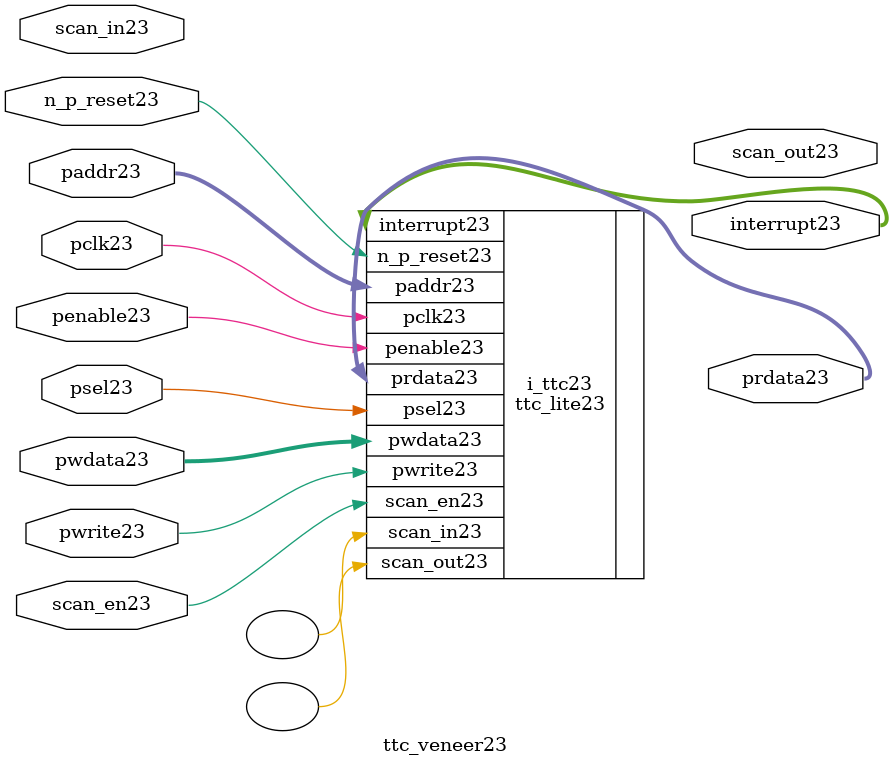
<source format=v>
module ttc_veneer23 (
           
           //inputs23
           n_p_reset23,
           pclk23,
           psel23,
           penable23,
           pwrite23,
           pwdata23,
           paddr23,
           scan_in23,
           scan_en23,

           //outputs23
           prdata23,
           interrupt23,
           scan_out23           

           );


//-----------------------------------------------------------------------------
// PORT DECLARATIONS23
//-----------------------------------------------------------------------------

   input         n_p_reset23;            //System23 Reset23
   input         pclk23;                 //System23 clock23
   input         psel23;                 //Select23 line
   input         penable23;              //Enable23
   input         pwrite23;               //Write line, 1 for write, 0 for read
   input [31:0]  pwdata23;               //Write data
   input [7:0]   paddr23;                //Address Bus23 register
   input         scan_in23;              //Scan23 chain23 input port
   input         scan_en23;              //Scan23 chain23 enable port
   
   output [31:0] prdata23;               //Read Data from the APB23 Interface23
   output [3:1]  interrupt23;            //Interrupt23 from PCI23 
   output        scan_out23;             //Scan23 chain23 output port

//##############################################################################
// if the TTC23 is NOT23 black23 boxed23 
//##############################################################################
`ifndef FV_KIT_BLACK_BOX_TTC23 

ttc_lite23 i_ttc23(

   //inputs23
   .n_p_reset23(n_p_reset23),
   .pclk23(pclk23),
   .psel23(psel23),
   .penable23(penable23),
   .pwrite23(pwrite23),
   .pwdata23(pwdata23),
   .paddr23(paddr23),
   .scan_in23(),
   .scan_en23(scan_en23),

   //outputs23
   .prdata23(prdata23),
   .interrupt23(interrupt23),
   .scan_out23()
);

`else 
//##############################################################################
// if the TTC23 is black23 boxed23 
//##############################################################################

   wire          n_p_reset23;            //System23 Reset23
   wire          pclk23;                 //System23 clock23
   wire          psel23;                 //Select23 line
   wire          penable23;              //Enable23
   wire          pwrite23;               //Write line, 1 for write, 0 for read
   wire  [31:0]  pwdata23;               //Write data
   wire  [7:0]   paddr23;                //Address Bus23 register
   wire          scan_in23;              //Scan23 chain23 wire  port
   wire          scan_en23;              //Scan23 chain23 enable port
   
   reg    [31:0] prdata23;               //Read Data from the APB23 Interface23
   reg    [3:1]  interrupt23;            //Interrupt23 from PCI23 
   reg           scan_out23;             //Scan23 chain23 reg    port

`endif
//##############################################################################
// black23 boxed23 defines23 
//##############################################################################

endmodule

</source>
